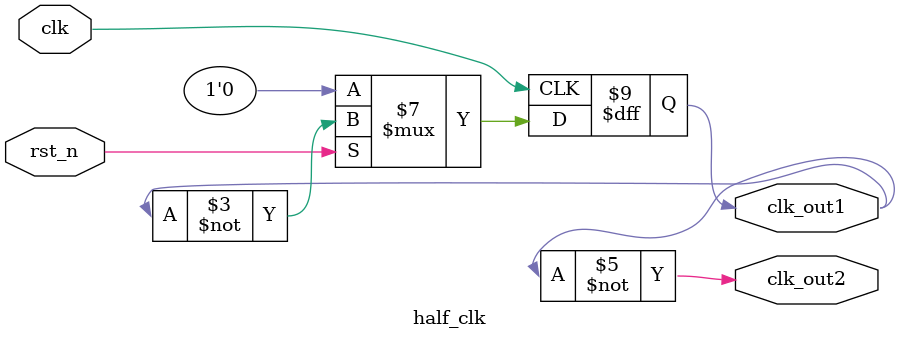
<source format=v>
module half_clk (
    input  wire clk, rst_n,
    output reg  clk_out1, clk_out2
    );
    
    always @(posedge clk) begin
        if (~rst_n)
            clk_out1 <= 0;
        else
            clk_out1 <= ~clk_out1;
    end

    always @(clk_out1) clk_out2 = ~clk_out1;

endmodule

</source>
